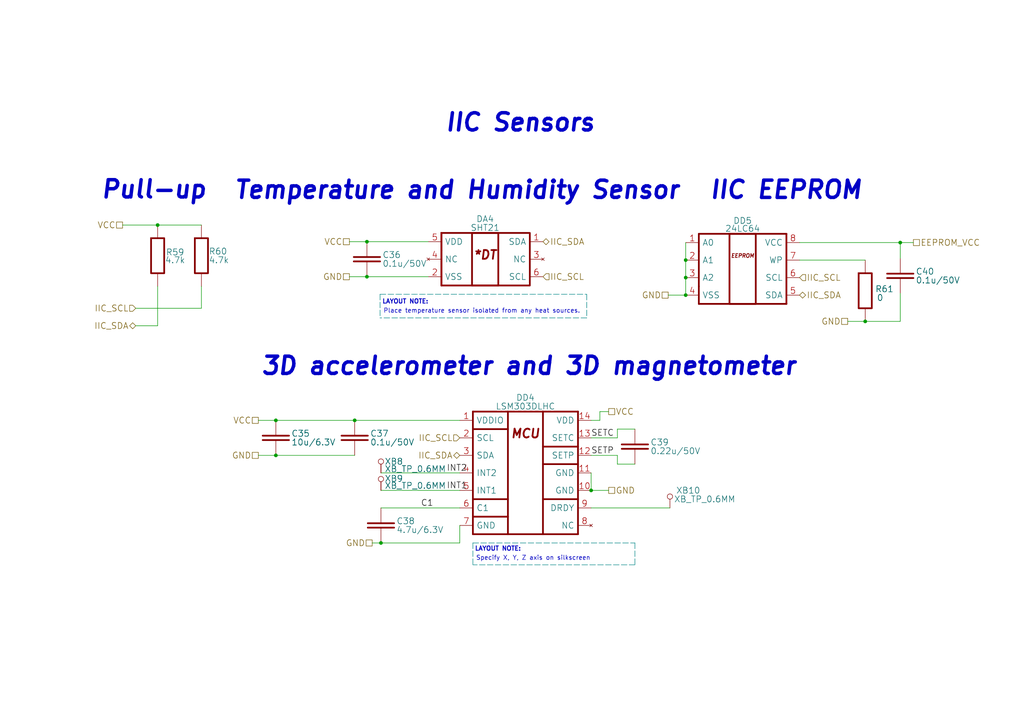
<source format=kicad_sch>
(kicad_sch (version 20211123) (generator eeschema)
  (paper "A4")
  (title_block (title "RadioSens v1") (comment 2 "Electrical Circuit"))
  (lib_symbols
    (symbol "C_CAP_1" (pin_names (offset 0))
      (property "Reference" "C" (at 0 6.35 0))
      (property "Value" "C_CAP_1" (at 0 -6.35 0))
      (symbol "C_CAP_1_0_1"
        (polyline (pts (xy -5.08 0) (xy -0.635 0)))
        (polyline (pts (xy -0.635 3.81) (xy -0.635 -3.81)) (stroke (width 0.508)))
        (polyline (pts (xy 0.635 0) (xy 5.08 0)))
        (polyline (pts (xy 0.635 3.81) (xy 0.635 -3.81)) (stroke (width 0.508)))
      )
      (symbol "C_CAP_1_1_1"
        (pin passive line (at -5.08 0 0) (length 2.54) hide (name "~") (number "1"))
        (pin passive line (at 5.08 0 180) (length 2.54) hide (name "~") (number "2"))
      )
    )
    (symbol "C_CAP_2" (pin_names (offset 0))
      (property "Reference" "C" (at 0 6.35 0))
      (property "Value" "C_CAP_2" (at 0 -6.35 0))
      (symbol "C_CAP_2_0_1"
        (polyline (pts (xy -5.08 0) (xy -0.635 0)))
        (polyline (pts (xy -0.635 3.81) (xy -0.635 -3.81)) (stroke (width 0.508)))
        (polyline (pts (xy 0.635 0) (xy 5.08 0)))
        (polyline (pts (xy 0.635 3.81) (xy 0.635 -3.81)) (stroke (width 0.508)))
      )
      (symbol "C_CAP_2_1_1"
        (pin passive line (at -5.08 0 0) (length 2.54) hide (name "~") (number "1"))
        (pin passive line (at 5.08 0 180) (length 2.54) hide (name "~") (number "2"))
      )
    )
    (symbol "C_CAP_3" (pin_names (offset 0))
      (property "Reference" "C" (at 0 6.35 0))
      (property "Value" "C_CAP_3" (at 0 -6.35 0))
      (symbol "C_CAP_3_0_1"
        (polyline (pts (xy -5.08 0) (xy -0.635 0)))
        (polyline (pts (xy -0.635 3.81) (xy -0.635 -3.81)) (stroke (width 0.508)))
        (polyline (pts (xy 0.635 0) (xy 5.08 0)))
        (polyline (pts (xy 0.635 3.81) (xy 0.635 -3.81)) (stroke (width 0.508)))
      )
      (symbol "C_CAP_3_1_1"
        (pin passive line (at -5.08 0 0) (length 2.54) hide (name "~") (number "1"))
        (pin passive line (at 5.08 0 180) (length 2.54) hide (name "~") (number "2"))
      )
    )
    (symbol "C_CAP_4" (pin_names (offset 0))
      (property "Reference" "C" (at 0 6.35 0))
      (property "Value" "C_CAP_4" (at 0 -6.35 0))
      (symbol "C_CAP_4_0_1"
        (polyline (pts (xy -5.08 0) (xy -0.635 0)))
        (polyline (pts (xy -0.635 3.81) (xy -0.635 -3.81)) (stroke (width 0.508)))
        (polyline (pts (xy 0.635 0) (xy 5.08 0)))
        (polyline (pts (xy 0.635 3.81) (xy 0.635 -3.81)) (stroke (width 0.508)))
      )
      (symbol "C_CAP_4_1_1"
        (pin passive line (at -5.08 0 0) (length 2.54) hide (name "~") (number "1"))
        (pin passive line (at 5.08 0 180) (length 2.54) hide (name "~") (number "2"))
      )
    )
    (symbol "C_CAP_5" (pin_names (offset 0))
      (property "Reference" "C" (at 0 6.35 0))
      (property "Value" "C_CAP_5" (at 0 -6.35 0))
      (symbol "C_CAP_5_0_1"
        (polyline (pts (xy -5.08 0) (xy -0.635 0)))
        (polyline (pts (xy -0.635 3.81) (xy -0.635 -3.81)) (stroke (width 0.508)))
        (polyline (pts (xy 0.635 0) (xy 5.08 0)))
        (polyline (pts (xy 0.635 3.81) (xy 0.635 -3.81)) (stroke (width 0.508)))
      )
      (symbol "C_CAP_5_1_1"
        (pin passive line (at -5.08 0 0) (length 2.54) hide (name "~") (number "1"))
        (pin passive line (at 5.08 0 180) (length 2.54) hide (name "~") (number "2"))
      )
    )
    (symbol "Capacitors:C_CAP" (pin_names (offset 0))
      (property "Reference" "C" (at 0 6.35 0))
      (property "Value" "C_CAP" (at 0 -6.35 0))
      (symbol "C_CAP_0_1"
        (polyline (pts (xy -5.08 0) (xy -0.635 0)))
        (polyline (pts (xy -0.635 3.81) (xy -0.635 -3.81)) (stroke (width 0.508)))
        (polyline (pts (xy 0.635 0) (xy 5.08 0)))
        (polyline (pts (xy 0.635 3.81) (xy 0.635 -3.81)) (stroke (width 0.508)))
      )
      (symbol "C_CAP_1_1"
        (pin passive line (at -5.08 0 0) (length 2.54) hide (name "~") (number "1"))
        (pin passive line (at 5.08 0 180) (length 2.54) hide (name "~") (number "2"))
      )
    )
    (symbol "Chips:24LC64" (pin_names (offset 1.016))
      (property "Reference" "DD" (at 0 13.97 0))
      (property "Value" "24LC64" (at 0 11.43 0))
      (symbol "24LC64_0_1"
        (rectangle (start -3.81 10.16) (end 3.81 -10.16) (stroke (width 0.508)))
        (polyline (pts (xy -12.7 -10.16) (xy 12.7 -10.16)) (stroke (width 0.508)))
        (polyline (pts (xy -12.7 -5.08) (xy -12.7 -10.16)) (stroke (width 0.508)))
        (polyline (pts (xy 12.7 -10.16) (xy 12.7 10.16)) (stroke (width 0.508)))
        (polyline (pts (xy 12.7 10.16) (xy -12.7 10.16)) (stroke (width 0.508)))
      )
      (symbol "24LC64_1_1"
        (polyline (pts (xy -12.7 -5.08) (xy -12.7 -5.08)) (stroke (width 0.508)))
        (polyline (pts (xy -12.7 -5.08) (xy -12.7 5.08)) (stroke (width 0.508)))
        (polyline (pts (xy -12.7 2.54) (xy -12.7 2.54)) (stroke (width 0.508)))
        (polyline (pts (xy -12.7 5.08) (xy -12.7 5.08)))
        (polyline (pts (xy -12.7 10.16) (xy -12.7 5.08)) (stroke (width 0.508)))
        (text "EEPROM" (at 0 3.81 0) (effects (font (size 1.1 1.1) bold italic)))
        (pin input line (at -16.51 7.62 0) (length 3.81) (name "A0") (number "1"))
        (pin input line (at -16.51 2.54 0) (length 3.81) (name "A1") (number "2"))
        (pin input line (at -16.51 -2.54 0) (length 3.81) (name "A2") (number "3"))
        (pin power_in line (at -16.51 -7.62 0) (length 3.81) (name "VSS") (number "4"))
        (pin input line (at 16.51 -7.62 180) (length 3.81) (name "SDA") (number "5"))
        (pin input line (at 16.51 -2.54 180) (length 3.81) (name "SCL") (number "6"))
        (pin input line (at 16.51 2.54 180) (length 3.81) (name "WP") (number "7"))
        (pin power_in line (at 16.51 7.62 180) (length 3.81) (name "VCC") (number "8"))
      )
    )
    (symbol "Chips:LSM303DLHC" (pin_names (offset 1.016))
      (property "Reference" "DD" (at 0.254 14.224 0))
      (property "Value" "LSM303DLHC" (at 0.508 11.684 0))
      (symbol "LSM303DLHC_0_1"
        (polyline (pts (xy -15.24 -20.32) (xy -5.08 -20.32)) (stroke (width 0.508)))
        (polyline (pts (xy -15.24 5.08) (xy -5.08 5.08)) (stroke (width 0.508)))
        (polyline (pts (xy 15.24 -15.24) (xy 5.08 -15.24)) (stroke (width 0.508)))
        (polyline (pts (xy 15.24 -5.08) (xy 5.08 -5.08)) (stroke (width 0.508)))
        (polyline (pts (xy 15.24 0) (xy 5.08 0)) (stroke (width 0.508)))
        (polyline (pts (xy 15.24 10.16) (xy -15.24 10.16)) (stroke (width 0.508)))
      )
      (symbol "LSM303DLHC_1_1"
        (polyline (pts (xy -15.24 -25.4) (xy 15.24 -25.4)) (stroke (width 0.508)))
        (polyline (pts (xy -15.24 -15.24) (xy -5.08 -15.24)) (stroke (width 0.508)))
        (polyline (pts (xy -15.24 10.16) (xy -15.24 -25.4)) (stroke (width 0.508)))
        (polyline (pts (xy -5.08 10.16) (xy -5.08 -25.4)) (stroke (width 0.508)))
        (polyline (pts (xy 5.08 10.16) (xy 5.08 -25.4)) (stroke (width 0.508)))
        (polyline (pts (xy 15.24 -25.4) (xy 15.24 10.16)) (stroke (width 0.508)))
        (text "MCU" (at 0 3.81 0) (effects (font (size 2.54 2.54) bold italic)))
        (pin power_in line (at -19.05 7.62 0) (length 3.81) (name "VDDIO") (number "1"))
        (pin power_in line (at 19.05 -12.7 180) (length 3.81) (name "GND") (number "10"))
        (pin power_in line (at 19.05 -7.62 180) (length 3.81) (name "GND") (number "11"))
        (pin passive line (at 19.05 -2.54 180) (length 3.81) (name "SETP") (number "12"))
        (pin passive line (at 19.05 2.54 180) (length 3.81) (name "SETC") (number "13"))
        (pin power_in line (at 19.05 7.62 180) (length 3.81) (name "VDD") (number "14"))
        (pin input line (at -19.05 2.54 0) (length 3.81) (name "SCL") (number "2"))
        (pin bidirectional line (at -19.05 -2.54 0) (length 3.81) (name "SDA") (number "3"))
        (pin output line (at -19.05 -7.62 0) (length 3.81) (name "INT2") (number "4"))
        (pin output line (at -19.05 -12.7 0) (length 3.81) (name "INT1") (number "5"))
        (pin passive line (at -19.05 -17.78 0) (length 3.81) (name "C1") (number "6"))
        (pin power_in line (at -19.05 -22.86 0) (length 3.81) (name "GND") (number "7"))
        (pin no_connect line (at 19.05 -22.86 180) (length 3.81) (name "NC") (number "8"))
        (pin output line (at 19.05 -17.78 180) (length 3.81) (name "DRDY") (number "9"))
      )
    )
    (symbol "Chips:SHT21" (pin_names (offset 1.016))
      (property "Reference" "DA" (at 0 4.064 0))
      (property "Value" "SHT21" (at 0 1.524 0))
      (symbol "SHT21_0_1"
        (rectangle (start -12.7 0) (end 12.954 -15.24) (stroke (width 0.508)))
        (rectangle (start -3.81 0) (end 3.81 -15.24) (stroke (width 0.508)))
      )
      (symbol "SHT21_1_1"
        (polyline (pts (xy -12.7 -15.24) (xy -12.7 -15.24)) (stroke (width 0.508)))
        (polyline (pts (xy -12.7 -15.24) (xy -12.7 -5.08)) (stroke (width 0.508)))
        (polyline (pts (xy -12.7 -7.62) (xy -12.7 -7.62)) (stroke (width 0.508)))
        (polyline (pts (xy -12.7 -5.08) (xy -12.7 -5.08)))
        (polyline (pts (xy -12.7 0) (xy -12.7 -5.08)) (stroke (width 0.508)))
        (text "*DT" (at 0 -6.35 0) (effects (font (size 2.54 2.54) bold italic)))
        (pin bidirectional line (at 16.764 -2.54 180) (length 3.81) (name "SDA") (number "1"))
        (pin power_in line (at -16.51 -12.7 0) (length 3.81) (name "VSS") (number "2"))
        (pin no_connect line (at 16.764 -7.62 180) (length 3.81) (name "NC") (number "3"))
        (pin no_connect line (at -16.51 -7.62 0) (length 3.81) (name "NC") (number "4"))
        (pin power_in line (at -16.51 -2.54 0) (length 3.81) (name "VDD") (number "5"))
        (pin input line (at 16.764 -12.7 180) (length 3.81) (name "SCL") (number "6"))
      )
    )
    (symbol "Connectors:XB_TP_0.6MM" (pin_numbers hide) (pin_names hide) (in_bom no)
      (property "Reference" "XB" (at 2.794 4.572 0))
      (property "Value" "XB_TP_0.6MM" (at 9.906 2.286 0))
      (symbol "XB_TP_0.6MM_0_1"
        (circle (center 0 3.302) (radius 0.762))
      )
      (symbol "XB_TP_0.6MM_1_1"
        (pin passive line (at 0 0 90) (length 2.54) (name "1") (number "1"))
      )
    )
    (symbol "R_RES_1" (pin_names (offset 0))
      (property "Reference" "R" (at 0 3.81 0))
      (property "Value" "R_RES_1" (at 0 -3.81 0))
      (symbol "R_RES_1_0_1"
        (rectangle (start -5.08 1.905) (end 5.08 -1.905) (stroke (width 0.508)))
        (polyline (pts (xy -8.89 0) (xy -5.08 0)))
        (polyline (pts (xy 5.08 0) (xy 8.89 0)))
      )
      (symbol "R_RES_1_1_1"
        (pin passive line (at -8.89 0 0) (length 2.54) hide (name "~") (number "1"))
        (pin passive line (at 8.89 0 180) (length 2.54) hide (name "~") (number "2"))
      )
    )
    (symbol "R_RES_2" (pin_names (offset 0))
      (property "Reference" "R" (at 0 3.81 0))
      (property "Value" "R_RES_2" (at 0 -3.81 0))
      (symbol "R_RES_2_0_1"
        (rectangle (start -5.08 1.905) (end 5.08 -1.905) (stroke (width 0.508)))
        (polyline (pts (xy -8.89 0) (xy -5.08 0)))
        (polyline (pts (xy 5.08 0) (xy 8.89 0)))
      )
      (symbol "R_RES_2_1_1"
        (pin passive line (at -8.89 0 0) (length 2.54) hide (name "~") (number "1"))
        (pin passive line (at 8.89 0 180) (length 2.54) hide (name "~") (number "2"))
      )
    )
    (symbol "Resistors:R_RES" (pin_names (offset 0))
      (property "Reference" "R" (at 0 3.81 0))
      (property "Value" "R_RES" (at 0 -3.81 0))
      (symbol "R_RES_0_1"
        (rectangle (start -5.08 1.905) (end 5.08 -1.905) (stroke (width 0.508)))
        (polyline (pts (xy -8.89 0) (xy -5.08 0)))
        (polyline (pts (xy 5.08 0) (xy 8.89 0)))
      )
      (symbol "R_RES_1_1"
        (pin passive line (at -8.89 0 0) (length 2.54) hide (name "~") (number "1"))
        (pin passive line (at 8.89 0 180) (length 2.54) hide (name "~") (number "2"))
      )
    )
  )
  (junction (at 261.112 70.358))
  (junction (at 198.882 85.598))
  (junction (at 102.87 121.92))
  (junction (at 80.01 121.92))
  (junction (at 198.882 75.438))
  (junction (at 198.882 80.518))
  (junction (at 106.426 80.264))
  (junction (at 80.01 132.08))
  (junction (at 106.426 70.104))
  (junction (at 250.952 93.218))
  (junction (at 45.72 65.278))
  (junction (at 110.49 157.48))
  (junction (at 171.45 142.24))
  (wire (pts (xy 231.902 70.358) (xy 261.112 70.358)))
  (polyline (pts (xy 137.16 157.48) (xy 184.15 157.48)) (stroke (width 0) (color 0 132 132 1)))
  (polyline (pts (xy 184.15 157.48) (xy 184.15 163.83)) (stroke (width 0) (color 0 132 132 1)))
  (wire (pts (xy 110.49 142.24) (xy 133.35 142.24)))
  (polyline (pts (xy 137.16 157.48) (xy 137.16 163.83)) (stroke (width 0) (color 0 132 132 1)))
  (wire (pts (xy 198.882 80.518) (xy 198.882 85.598)))
  (wire (pts (xy 171.45 137.16) (xy 171.45 142.24)))
  (wire (pts (xy 231.902 75.438) (xy 250.952 75.438)))
  (polyline (pts (xy 170.18 85.344) (xy 170.18 92.202)) (stroke (width 0) (color 0 132 132 1)))
  (wire (pts (xy 250.952 93.218) (xy 261.112 93.218)))
  (wire (pts (xy 39.37 89.408) (xy 58.42 89.408)))
  (wire (pts (xy 198.882 70.358) (xy 198.882 75.438)))
  (wire (pts (xy 110.49 157.48) (xy 133.35 157.48)))
  (wire (pts (xy 261.112 70.358) (xy 264.922 70.358)))
  (wire (pts (xy 261.112 70.358) (xy 261.112 74.93)))
  (wire (pts (xy 179.07 124.46) (xy 184.15 124.46)))
  (wire (pts (xy 193.802 85.598) (xy 198.882 85.598)))
  (wire (pts (xy 194.31 147.32) (xy 171.45 147.32)))
  (wire (pts (xy 107.95 157.48) (xy 110.49 157.48)))
  (wire (pts (xy 173.99 119.38) (xy 173.99 121.92)))
  (wire (pts (xy 45.72 83.058) (xy 45.72 94.488)))
  (wire (pts (xy 106.426 70.104) (xy 124.206 70.104)))
  (wire (pts (xy 101.346 80.264) (xy 106.426 80.264)))
  (wire (pts (xy 101.346 70.104) (xy 106.426 70.104)))
  (wire (pts (xy 171.45 132.08) (xy 179.07 132.08)))
  (wire (pts (xy 74.93 121.92) (xy 80.01 121.92)))
  (wire (pts (xy 58.42 83.058) (xy 58.42 89.408)))
  (wire (pts (xy 173.99 121.92) (xy 171.45 121.92)))
  (wire (pts (xy 133.35 157.48) (xy 133.35 152.4)))
  (wire (pts (xy 245.872 93.218) (xy 250.952 93.218)))
  (wire (pts (xy 179.07 124.46) (xy 179.07 127)))
  (polyline (pts (xy 170.18 92.202) (xy 110.236 92.202)) (stroke (width 0) (color 0 132 132 1)))
  (polyline (pts (xy 184.15 163.83) (xy 137.16 163.83)) (stroke (width 0) (color 0 132 132 1)))
  (wire (pts (xy 106.426 80.264) (xy 124.206 80.264)))
  (polyline (pts (xy 110.236 85.344) (xy 110.236 92.202)) (stroke (width 0) (color 0 132 132 1)))
  (wire (pts (xy 80.01 132.08) (xy 102.87 132.08)))
  (wire (pts (xy 102.87 121.92) (xy 133.35 121.92)))
  (wire (pts (xy 39.37 94.488) (xy 45.72 94.488)))
  (wire (pts (xy 261.112 85.09) (xy 261.112 93.218)))
  (wire (pts (xy 110.49 147.32) (xy 133.35 147.32)))
  (wire (pts (xy 35.56 65.278) (xy 45.72 65.278)))
  (wire (pts (xy 179.07 134.62) (xy 184.15 134.62)))
  (wire (pts (xy 110.49 137.16) (xy 133.35 137.16)))
  (wire (pts (xy 198.882 75.438) (xy 198.882 80.518)))
  (wire (pts (xy 80.01 121.92) (xy 102.87 121.92)))
  (wire (pts (xy 45.72 65.278) (xy 58.42 65.278)))
  (wire (pts (xy 176.53 119.38) (xy 173.99 119.38)))
  (wire (pts (xy 74.93 132.08) (xy 80.01 132.08)))
  (wire (pts (xy 179.07 132.08) (xy 179.07 134.62)))
  (wire (pts (xy 171.45 142.24) (xy 176.53 142.24)))
  (wire (pts (xy 179.07 127) (xy 171.45 127)))
  (polyline (pts (xy 110.236 85.344) (xy 170.18 85.344)) (stroke (width 0) (color 0 132 132 1)))
  (text "LAYOUT NOTE:" (at 110.8136 88.343 0) (effects (font (size 1.27 1.27) (thickness 0.254) bold) (justify left bottom)))
  (text "3D accelerometer and 3D magnetometer" (at 75.438 109.22 0) (effects (font (size 5.0038 5.0038) (thickness 1.0008) bold italic) (justify left bottom)))
  (text "LAYOUT NOTE:" (at 137.668 160.02 0) (effects (font (size 1.27 1.27) (thickness 0.254) bold) (justify left bottom)))
  (text "Place temperature sensor isolated from any heat sources." (at 111.1946 91.01 0) (effects (font (size 1.27 1.27)) (justify left bottom)))
  (text "IIC EEPROM" (at 205.486 58.166 0) (effects (font (size 5.0038 5.0038) (thickness 1.0008) bold italic) (justify left bottom)))
  (text "IIC Sensors" (at 128.778 38.608 0) (effects (font (size 5.0038 5.0038) (thickness 1.0008) bold italic) (justify left bottom)))
  (text "Pull-up" (at 28.956 58.039 0) (effects (font (size 5.0038 5.0038) (thickness 1.0008) bold italic) (justify left bottom)))
  (text "Temperature and Humidity Sensor" (at 67.564 58.166 0) (effects (font (size 5.0038 5.0038) (thickness 1.0008) bold italic) (justify left bottom)))
  (text "Specify X, Y, Z axis on silkscreen" (at 138.049 162.687 0) (effects (font (size 1.27 1.27)) (justify left bottom)))
  (label "SETC" (at 171.45 127 0) (effects (font (size 1.778 1.778))))
  (label "INT2" (at 129.54 137.16 0) (effects (font (size 1.778 1.778))))
  (label "C1" (at 125.73 147.32 180) (effects (font (size 1.778 1.778))))
  (label "SETP" (at 171.45 132.08 0) (effects (font (size 1.778 1.778))))
  (label "INT1" (at 129.54 142.24 0) (effects (font (size 1.778 1.778))))
  (hierarchical_label "IIC_SCL" (shape input) (at 231.902 80.518 0) (effects (font (size 1.778 1.778))))
  (hierarchical_label "GND" (shape passive) (at 107.95 157.48 180) (effects (font (size 1.778 1.778))))
  (hierarchical_label "IIC_SDA" (shape bidirectional) (at 231.902 85.598 0) (effects (font (size 1.778 1.778))))
  (hierarchical_label "VCC" (shape passive) (at 101.346 70.104 180) (effects (font (size 1.778 1.778))))
  (hierarchical_label "GND" (shape passive) (at 245.872 93.218 180) (effects (font (size 1.778 1.778))))
  (hierarchical_label "GND" (shape passive) (at 193.802 85.598 180) (effects (font (size 1.778 1.778))))
  (hierarchical_label "VCC" (shape passive) (at 35.56 65.278 180) (effects (font (size 1.778 1.778))))
  (hierarchical_label "VCC" (shape passive) (at 74.93 121.92 180) (effects (font (size 1.778 1.778))))
  (hierarchical_label "VCC" (shape passive) (at 176.53 119.38 0) (effects (font (size 1.778 1.778))))
  (hierarchical_label "GND" (shape passive) (at 176.53 142.24 0) (effects (font (size 1.778 1.778))))
  (hierarchical_label "IIC_SDA" (shape bidirectional) (at 157.48 70.104 0) (effects (font (size 1.778 1.778))))
  (hierarchical_label "GND" (shape passive) (at 74.93 132.08 180) (effects (font (size 1.778 1.778))))
  (hierarchical_label "GND" (shape passive) (at 101.346 80.264 180) (effects (font (size 1.778 1.778))))
  (hierarchical_label "IIC_SCL" (shape input) (at 133.35 127 180) (effects (font (size 1.778 1.778))))
  (hierarchical_label "IIC_SDA" (shape bidirectional) (at 133.35 132.08 180) (effects (font (size 1.778 1.778))))
  (hierarchical_label "EEPROM_VCC" (shape passive) (at 264.922 70.358 0) (effects (font (size 1.778 1.778))))
  (hierarchical_label "IIC_SCL" (shape input) (at 39.37 89.408 180) (effects (font (size 1.778 1.778))))
  (hierarchical_label "IIC_SDA" (shape bidirectional) (at 39.37 94.488 180) (effects (font (size 1.778 1.778))))
  (hierarchical_label "IIC_SCL" (shape input) (at 157.48 80.264 0) (effects (font (size 1.778 1.778))))
  (symbol (lib_name "C_CAP_2") (lib_id "Capacitors:C_CAP") (at 102.87 127 270) (unit 1)
    (property "Reference" "C37" (at 107.315 125.73 90) (effects (font (size 1.778 1.778)) (justify left)))
    (property "Value" "0.1u/50V" (at 107.315 128.27 90) (effects (font (size 1.778 1.778)) (justify left)))
    (property "Footprint" "Capacitor_SMD:C_0603_1608Metric" (effects hide))
    (property "Type" "X7R" (effects hide))
    (property "Tolerance" "±10%" (effects hide))
  )
  (symbol (lib_id "Chips:SHT21") (at 140.716 67.564 0) (unit 1)
    (property "Reference" "DA4" (at 140.716 63.5 0) (effects (font (size 1.778 1.778))))
    (property "Value" "SHT21" (at 140.716 66.04 0) (effects (font (size 1.778 1.778))))
    (property "Footprint" "Package_DFN_QFN:DFN-6-1EP_3x3mm_P1mm_EP1.5x2.4mm" (effects hide))
    (property "Datasheet" "https://www.farnell.com/datasheets/1780639.pdf" (effects hide))
  )
  (symbol (lib_id "Chips:24LC64") (at 215.392 77.978 0) (unit 1)
    (property "Reference" "DD5" (at 215.392 64.008 0) (effects (font (size 1.778 1.778))))
    (property "Value" "24LC64" (at 215.392 66.294 0) (effects (font (size 1.778 1.778))))
    (property "Footprint" "Package_SO:SOP-8_3.9x4.9mm_P1.27mm" (effects hide))
    (property "Datasheet" "http://ww1.microchip.com/downloads/en/devicedoc/21189f.pdf" (effects hide))
    (property "Link" "https://www.rcscomponents.kiev.ua/product/24lc64t-i-sn_14769.html" (effects hide))
  )
  (symbol (lib_id "Capacitors:C_CAP") (at 184.15 129.54 270) (unit 1)
    (property "Reference" "C39" (at 188.595 128.27 90) (effects (font (size 1.778 1.778)) (justify left)))
    (property "Value" "0.22u/50V" (at 188.595 130.81 90) (effects (font (size 1.778 1.778)) (justify left)))
    (property "Footprint" "Capacitor_SMD:C_0603_1608Metric" (effects hide))
    (property "Case/Package" "0603" (effects hide))
    (property "Type" "X7R" (effects hide))
    (property "Tolerance" "±10%" (effects hide))
  )
  (symbol (lib_name "C_CAP_4") (lib_id "Capacitors:C_CAP") (at 80.01 127 270) (unit 1)
    (property "Reference" "C35" (at 84.455 125.73 90) (effects (font (size 1.778 1.778)) (justify left)))
    (property "Value" "10u/6.3V" (at 84.455 128.27 90) (effects (font (size 1.778 1.778)) (justify left)))
    (property "Footprint" "Capacitor_SMD:C_0603_1608Metric" (effects hide))
    (property "Case/Package" "0603" (effects hide))
    (property "Type" "X7R" (effects hide))
    (property "Tolerance" "±10%" (effects hide))
  )
  (symbol (lib_name "R_RES_2") (lib_id "Resistors:R_RES") (at 58.42 74.168 270) (unit 1)
    (property "Reference" "R60" (at 63.246 72.898 90) (effects (font (size 1.778 1.778))))
    (property "Value" "4.7k" (at 63.5 75.438 90) (effects (font (size 1.778 1.778))))
    (property "Footprint" "Resistor_SMD:R_0603_1608Metric" (effects hide))
    (property "Case/Package" "0603" (effects hide))
    (property "Power" "mW" (effects hide))
    (property "Tolerance" "±5%" (effects hide))
  )
  (symbol (lib_id "Connectors:XB_TP_0.6MM") (at 110.49 137.16 0) (unit 1) (in_bom no)
    (property "Reference" "XB8" (at 111.506 133.858 0) (effects (font (size 1.778 1.778)) (justify left)))
    (property "Value" "XB_TP_0.6MM" (at 111.506 136.017 0) (effects (font (size 1.778 1.778)) (justify left)))
    (property "Footprint" "TestPoint:TestPoint_Pad_D0.6mm" (effects hide))
  )
  (symbol (lib_name "R_RES_1") (lib_id "Resistors:R_RES") (at 250.952 84.328 270) (unit 1)
    (property "Reference" "R61" (at 256.54 83.82 90) (effects (font (size 1.778 1.778))))
    (property "Value" "0" (at 255.27 86.36 90) (effects (font (size 1.778 1.778))))
    (property "Footprint" "Resistor_SMD:R_0603_1608Metric" (effects hide))
    (property "Case/Package" "0603" (effects hide))
    (property "Power" "mW" (effects hide))
    (property "Tolerance" "±5%" (effects hide))
  )
  (symbol (lib_id "Connectors:XB_TP_0.6MM") (at 110.49 142.24 0) (unit 1) (in_bom no)
    (property "Reference" "XB9" (at 111.506 138.811 0) (effects (font (size 1.778 1.778)) (justify left)))
    (property "Value" "XB_TP_0.6MM" (at 111.506 140.843 0) (effects (font (size 1.778 1.778)) (justify left)))
    (property "Footprint" "TestPoint:TestPoint_Pad_D0.6mm" (effects hide))
  )
  (symbol (lib_id "Resistors:R_RES") (at 45.72 74.168 270) (unit 1)
    (property "Reference" "R59" (at 50.8 73.152 90) (effects (font (size 1.778 1.778))))
    (property "Value" "4.7k" (at 50.8 75.438 90) (effects (font (size 1.778 1.778))))
    (property "Footprint" "Resistor_SMD:R_0603_1608Metric" (effects hide))
    (property "Case/Package" "0603" (effects hide))
    (property "Power" "mW" (effects hide))
    (property "Tolerance" "±5%" (effects hide))
  )
  (symbol (lib_id "Connectors:XB_TP_0.6MM") (at 194.31 147.32 0) (mirror y) (unit 1) (in_bom no)
    (property "Reference" "XB10" (at 203.2 142.24 0) (effects (font (size 1.778 1.778)) (justify left)))
    (property "Value" "XB_TP_0.6MM" (at 213.36 144.78 0) (effects (font (size 1.778 1.778)) (justify left)))
    (property "Footprint" "TestPoint:TestPoint_Pad_D0.6mm" (effects hide))
  )
  (symbol (lib_name "C_CAP_3") (lib_id "Capacitors:C_CAP") (at 106.426 75.184 270) (unit 1)
    (property "Reference" "C36" (at 110.871 73.914 90) (effects (font (size 1.778 1.778)) (justify left)))
    (property "Value" "0.1u/50V" (at 110.871 76.454 90) (effects (font (size 1.778 1.778)) (justify left)))
    (property "Footprint" "Capacitor_SMD:C_0603_1608Metric" (effects hide))
    (property "Type" "X7R" (effects hide))
    (property "Tolerance" "±10%" (effects hide))
  )
  (symbol (lib_id "Chips:LSM303DLHC") (at 152.4 129.54 0) (unit 1)
    (property "Reference" "DD4" (at 152.4 115.316 0) (effects (font (size 1.778 1.778))))
    (property "Value" "LSM303DLHC" (at 152.4 117.856 0) (effects (font (size 1.778 1.778))))
    (property "Footprint" "Package_LGA:LGA-14_3x5mm_P0.8mm_HandSoldering" (effects hide))
  )
  (symbol (lib_name "C_CAP_5") (lib_id "Capacitors:C_CAP") (at 110.49 152.4 270) (unit 1)
    (property "Reference" "C38" (at 114.935 151.13 90) (effects (font (size 1.778 1.778)) (justify left)))
    (property "Value" "4.7u/6.3V" (at 114.935 153.67 90) (effects (font (size 1.778 1.778)) (justify left)))
    (property "Footprint" "Capacitor_SMD:C_0603_1608Metric" (effects hide))
    (property "Case/Package" "0603" (effects hide))
    (property "Type" "X7R" (effects hide))
    (property "Tolerance" "±10%" (effects hide))
  )
  (symbol (lib_name "C_CAP_1") (lib_id "Capacitors:C_CAP") (at 261.112 80.01 270) (unit 1)
    (property "Reference" "C40" (at 265.557 78.74 90) (effects (font (size 1.778 1.778)) (justify left)))
    (property "Value" "0.1u/50V" (at 265.557 81.28 90) (effects (font (size 1.778 1.778)) (justify left)))
    (property "Footprint" "Capacitor_SMD:C_0603_1608Metric" (effects hide))
    (property "Type" "X7R" (effects hide))
    (property "Tolerance" "±10%" (effects hide))
  )
)
</source>
